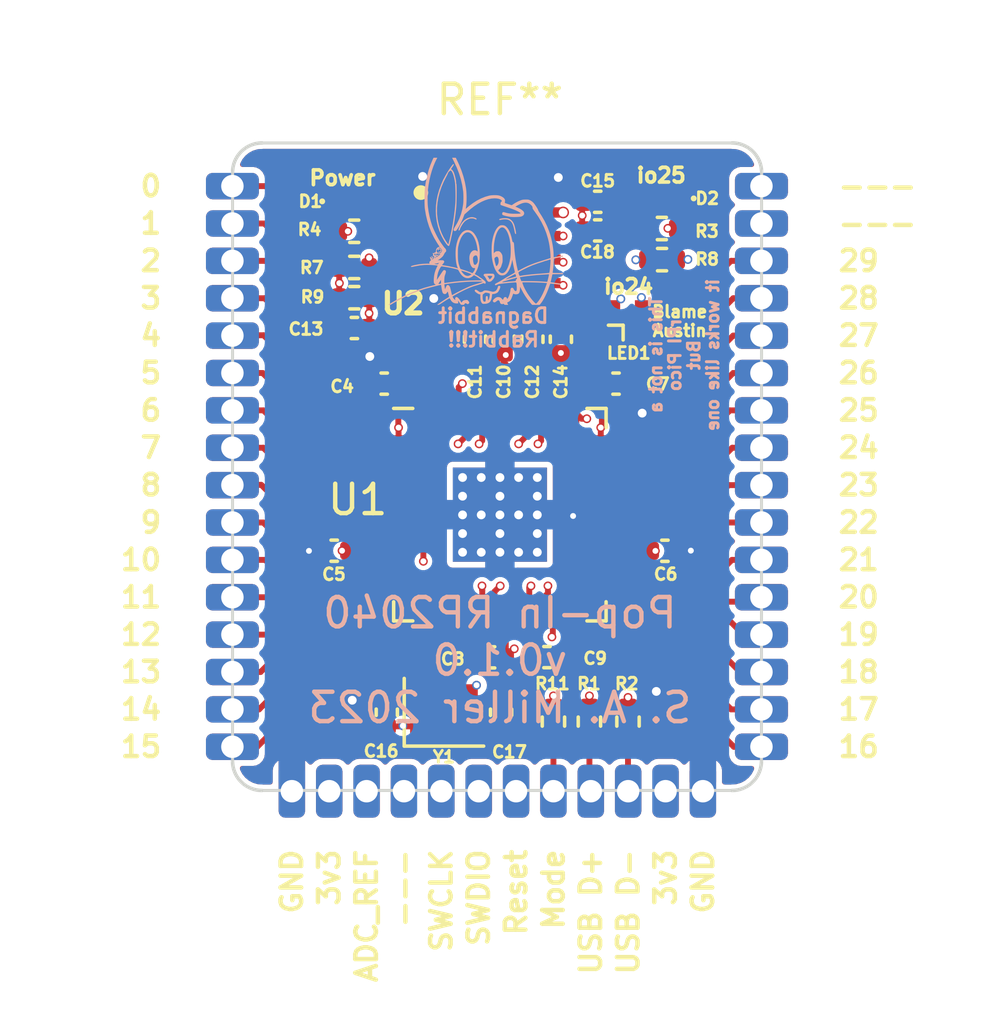
<source format=kicad_pcb>
(kicad_pcb (version 20211014) (generator pcbnew)
  (layers (0 "F.Cu" signal) (1 "In1.Cu" signal) (2 "In2.Cu" signal) (31 "B.Cu" signal) (34 "B.Paste" user) (35 "F.Paste" user) (36 "B.SilkS" user "B.Silkscreen") (37 "F.SilkS" user "F.Silkscreen") (38 "B.Mask" user) (39 "F.Mask" user) (44 "Edge.Cuts" user))
  (net 0 "")
  (net 1 "io0")
  (net 2 "io1")
  (net 3 "io2")
  (net 4 "io3")
  (net 5 "io4")
  (net 6 "io5")
  (net 7 "io6")
  (net 8 "io7")
  (net 9 "io8")
  (net 10 "io9")
  (net 11 "io10")
  (net 12 "io11")
  (net 13 "io12")
  (net 14 "io13")
  (net 15 "io14")
  (net 16 "io15")
  (net 17 "SWCLK")
  (net 18 "io16")
  (net 19 "io17")
  (net 20 "io18")
  (net 21 "io19")
  (net 22 "io20")
  (net 23 "io21")
  (net 24 "io22")
  (net 25 "io23")
  (net 26 "io24")
  (net 27 "io25")
  (net 28 "io26")
  (net 29 "io27")
  (net 30 "io28")
  (net 31 "io29")
  (net 33 "GND")
  (net 34 "+3V3")
  (net 35 "QSPI_SCLK")
  (net 36 "QSPI SS")
  (net 37 "QSPI_SD3")
  (net 38 "QSPI_SD0")
  (net 39 "QSPI_SD2")
  (net 40 "QSPI_SD1")
  (net 41 "Reset")
  (net 42 "USB_D+")
  (net 43 "Net-(R2-Pad2)")
  (net 44 "Net-(R1-Pad2)")
  (net 45 "USB_D-")
  (net 46 "+1V1")
  (net 47 "Net-(C16-Pad1)")
  (net 48 "Net-(C17-Pad1)")
  (net 49 "BootMode")
  (net 51 "Net-(D2-Pad2)")
  (net 52 "Net-(D1-Pad2)")
  (net 53 "Net-(LED1-Pad2)")
  (net 54 "Net-(C13-Pad2)")
  (net 55 "ADC_REF")
  (net 56 "SWDIO")
  (footprint "Capacitor_SMD:C_0402_1005Metric" (layer "F.Cu") (at 150.645336 80.938602)
    (fp_text reference "C15")
    (fp_text value "100n")
  )
  (footprint "Tinker RP2040:SON80P400X400X50-9N" (layer "F.Cu") (at 147.008915 82.500975)
    (fp_text reference "U2")
    (fp_text value "W25Q32JVXGIQ" hide)
  )
  (footprint "LED_SMD:LED_0402_1005Metric" (layer "F.Cu") (at 152.817341 80.823679 180)
    (fp_text reference "D2")
    (fp_text value "LED")
  )
  (footprint "Crystal:Crystal_SMD_2016-4Pin_2.0x1.6mm" (layer "F.Cu") (at 145.419545 98.282779)
    (fp_text reference "Y1")
    (fp_text value "12MHz")
  )
  (footprint "Resistor_SMD:R_0402_1005Metric" (layer "F.Cu") (at 152.824918 81.846558 180)
    (fp_text reference "R3")
    (fp_text value "470")
  )
  (footprint "Capacitor_SMD:C_0402_1005Metric" (layer "F.Cu") (at 152.928901 92.795782)
    (fp_text reference "C6")
    (fp_text value "100n")
  )
  (footprint "Resistor_SMD:R_0402_1005Metric" (layer "F.Cu") (at 142.372016 84.19758 180)
    (fp_text reference "R9")
    (fp_text value "1")
  )
  (footprint "Resistor_SMD:R_0402_1005Metric" (layer "F.Cu") (at 142.370265 81.940533)
    (fp_text reference "R4")
    (fp_text value "2k2")
  )
  (footprint "Capacitor_SMD:C_0402_1005Metric" (layer "F.Cu") (at 148.425047 85.608296 -90)
    (fp_text reference "C12")
    (fp_text value "2u2")
  )
  (footprint "Resistor_SMD:R_0402_1005Metric" (layer "F.Cu") (at 150.363221 98.6 90)
    (fp_text reference "R1")
    (fp_text value "27")
  )
  (footprint "Capacitor_SMD:C_0402_1005Metric" (layer "F.Cu") (at 141.689647 92.793577 180)
    (fp_text reference "C5")
    (fp_text value "100n")
  )
  (footprint "LED_SMD:LED_0402_1005Metric" (layer "F.Cu") (at 142.371989 80.923675)
    (fp_text reference "D1")
    (fp_text value "LED")
  )
  (footprint "Capacitor_SMD:C_0402_1005Metric" (layer "F.Cu") (at 147.45069 85.608296 90)
    (fp_text reference "C10")
    (fp_text value "100n")
  )
  (footprint "Tinker RP2040:QFN-56-1EP_7x7mm_P0.4mm_EP3.2x3.2mm" (layer "F.Cu") (at 147.32 91.569247)
    (fp_text reference "U1")
    (fp_text value "RP2040")
  )
  (footprint "Capacitor_SMD:C_0402_1005Metric" (layer "F.Cu") (at 148.920933 96.409416)
    (fp_text reference "C9")
    (fp_text value "100n")
  )
  (footprint "Resistor_SMD:R_0402_1005Metric" (layer "F.Cu") (at 151.674639 98.6 90)
    (fp_text reference "R2")
    (fp_text value "27")
  )
  (footprint "Capacitor_SMD:C_0402_1005Metric" (layer "F.Cu") (at 149.393119 85.608296 90)
    (fp_text reference "C14")
    (fp_text value "2u2")
  )
  (footprint "Capacitor_SMD:C_0402_1005Metric" (layer "F.Cu") (at 147.038647 96.417591 180)
    (fp_text reference "C8")
    (fp_text value "100n")
  )
  (footprint "Resistor_SMD:R_0402_1005Metric" (layer "F.Cu") (at 152.831922 82.903192 180)
    (fp_text reference "R8")
    (fp_text value "???")
  )
  (footprint "Capacitor_SMD:C_0402_1005Metric" (layer "F.Cu") (at 151.267678 87.116313)
    (fp_text reference "C7")
    (fp_text value "100n")
  )
  (footprint "Capacitor_SMD:C_0402_1005Metric" (layer "F.Cu") (at 143.389264 87.116313 180)
    (fp_text reference "C4")
    (fp_text value "100n")
  )
  (footprint "Capacitor_SMD:C_0402_1005Metric" (layer "F.Cu") (at 146.476332 85.608296 90)
    (fp_text reference "C11")
    (fp_text value "100n")
  )
  (footprint "Capacitor_SMD:C_0402_1005Metric" (layer "F.Cu") (at 147.360746 98.282779 -90)
    (fp_text reference "C17")
    (fp_text value "20p")
  )
  (footprint "Resistor_SMD:R_0402_1005Metric" (layer "F.Cu") (at 149.140378 98.6 -90)
    (fp_text reference "R11")
    (fp_text value "1k")
  )
  (footprint "Capacitor_SMD:C_0402_1005Metric" (layer "F.Cu") (at 143.477318 98.282779 90)
    (fp_text reference "C16")
    (fp_text value "20p")
  )
  (footprint "Resistor_SMD:R_0402_1005Metric" (layer "F.Cu") (at 142.370265 83.169471)
    (fp_text reference "R7")
    (fp_text value "200")
  )
  (footprint "Capacitor_SMD:C_0402_1005Metric" (layer "F.Cu") (at 150.645336 81.910865 180)
    (fp_text reference "C18")
    (fp_text value "2u2")
  )
  (footprint "Tinker RP2040:XL1010RGBCWS2812B" (layer "F.Cu") (at 151.659038 84.982186 90)
    (fp_text reference "LED1")
    (fp_text value "XL-1010RGBC-WS2812B" hide)
  )
  (footprint "Capacitor_SMD:C_0402_1005Metric" (layer "F.Cu") (at 142.375678 85.227088)
    (fp_text reference "C13")
    (fp_text value "2u2")
  )
  (footprint "Tinker RP2040:NM-RP2040 (rc)" (layer "F.Cu") (at 147.32 91.44)
    (fp_text reference "REF**")
    (fp_text value "NM-RP2040 (rc)")
    (fp_line (start 8.895391 -11.5) (end 8.89 8.5) (layer "Edge.Cuts") (width 0.1))
    (fp_line (start 7.89 9.5) (end -8.085638 9.5) (layer "Edge.Cuts") (width 0.1))
    (fp_line (start -8.084155 -12.5) (end 7.895391 -12.5) (layer "Edge.Cuts") (width 0.1))
    (fp_line (start -9.085638 8.5) (end -9.084155 -11.5) (layer "Edge.Cuts") (width 0.1))
    (fp_arc (start 8.89 8.5) (mid 8.597107 9.207107) (end 7.89 9.5) (layer "Edge.Cuts") (width 0.12))
    (fp_arc (start 7.895391 -12.5) (mid 8.602504 -12.20711) (end 8.895391 -11.5) (layer "Edge.Cuts") (width 0.12))
    (fp_arc (start -9.084155 -11.5) (mid -8.791262 -12.207107) (end -8.084155 -12.5) (layer "Edge.Cuts") (width 0.12))
    (fp_arc (start -8.085638 9.5) (mid -8.792745 9.207107) (end -9.085638 8.5) (layer "Edge.Cuts") (width 0.12))
  )
  (footprint "Rabbit:DagNabbit" (layer "B.Cu") (at 146.765224 82.575638 180)
    (fp_text reference "REF**" hide)
    (fp_text value "DagNabbit")
  )
  (gr_text "This is not a\nrPI Pico\nBut\nit works like one" (at 153.590538 86.143289 90) (layer "B.SilkS") (effects (font (size 0.4 0.4) (thickness 0.1)) (justify mirror)))
  (gr_text "Pop-In RP2040\nv0.1.0\nS. A. Miller 2023" (at 147.32 96.52) (layer "B.SilkS") (effects (font (size 1 1)) (justify mirror)))
  (gr_text "io25" (at 152.803672 80.040653) (layer "F.SilkS") (effects (font (size 0.5 0.5) (thickness 0.125))))
  (gr_text "io24" (at 151.692159 83.82) (layer "F.SilkS") (effects (font (size 0.5 0.5) (thickness 0.125))))
  (gr_text "Power" (at 141.971989 80.129659) (layer "F.SilkS") (effects (font (size 0.5 0.5) (thickness 0.125))))
  (gr_text "Blame\nAustin" (at 153.432245 84.995391) (layer "F.SilkS") (effects (font (size 0.4 0.4) (thickness 0.1))))
  (segment (start 140.358571 82.811466) (end 140.358571 83.503619) (width 0.2) (layer "F.Cu") (net 1))
  (segment (start 141.874457 87.900489) (end 142.31185 88.337882) (width 0.2) (layer "F.Cu") (net 1))
  (segment (start 141.485579 86.107191) (end 141.485579 86.82135) (width 0.2) (layer "F.Cu") (net 1))
  (segment (start 141.485579 86.82135) (end 141.874457 87.210228) (width 0.2) (layer "F.Cu") (net 1))
  (segment (start 142.575664 89.369247) (end 143.8825 89.369247) (width 0.2) (layer "F.Cu") (net 1))
  (segment (start 139.907752 82.359029) (end 139.906943 82.359838) (width 0.2) (layer "F.Cu") (net 1))
  (segment (start 138.23 80.405412) (end 139.361042 80.405412) (width 0.2) (layer "F.Cu") (net 1))
  (segment (start 139.523068 80.567438) (end 139.523068 81.319096) (width 0.2) (layer "F.Cu") (net 1))
  (segment (start 142.311848 89.105431) (end 142.575664 89.369247) (width 0.2) (layer "F.Cu") (net 1))
  (segment (start 141.874457 87.210228) (end 141.874457 87.900489) (width 0.2) (layer "F.Cu") (net 1))
  (segment (start 141.122708 84.960374) (end 141.122708 85.74432) (width 0.2) (layer "F.Cu") (net 1))
  (segment (start 139.523068 81.319096) (end 139.907752 81.70378) (width 0.2) (layer "F.Cu") (net 1))
  (segment (start 141.122708 85.74432) (end 141.485579 86.107191) (width 0.2) (layer "F.Cu") (net 1))
  (segment (start 142.31185 88.337882) (end 142.311848 89.105431) (width 0.2) (layer "F.Cu") (net 1))
  (segment (start 140.743543 84.581209) (end 141.122708 84.960374) (width 0.2) (layer "F.Cu") (net 1))
  (segment (start 140.743542 83.888589) (end 140.743543 84.581209) (width 0.2) (layer "F.Cu") (net 1))
  (segment (start 139.361042 80.405412) (end 139.523068 80.567438) (width 0.2) (layer "F.Cu") (net 1))
  (segment (start 140.358571 83.503619) (end 140.743542 83.888589) (width 0.2) (layer "F.Cu") (net 1))
  (segment (start 139.907752 81.70378) (end 139.907752 82.359029) (width 0.2) (layer "F.Cu") (net 1))
  (segment (start 139.906943 82.359838) (end 140.358571 82.811466) (width 0.2) (layer "F.Cu") (net 1))
  (segment (start 140.343543 84.746895) (end 140.722708 85.12606) (width 0.2) (layer "F.Cu") (net 2))
  (segment (start 140.343543 84.054275) (end 140.343543 84.746895) (width 0.2) (layer "F.Cu") (net 2))
  (segment (start 139.313697 81.675412) (end 139.507752 81.869466) (width 0.2) (layer "F.Cu") (net 2))
  (segment (start 139.958571 83.669304) (end 140.343543 84.054275) (width 0.2) (layer "F.Cu") (net 2))
  (segment (start 140.722708 85.910006) (end 141.085579 86.272877) (width 0.2) (layer "F.Cu") (net 2))
  (segment (start 138.23 81.675412) (end 139.313697 81.675412) (width 0.2) (layer "F.Cu") (net 2))
  (segment (start 141.474457 88.095754) (end 141.911849 88.533149) (width 0.2) (layer "F.Cu") (net 2))
  (segment (start 139.507752 81.869466) (end 139.49539 81.881828) (width 0.2) (layer "F.Cu") (net 2))
  (segment (start 141.911849 88.533149) (end 141.911849 89.296395) (width 0.2) (layer "F.Cu") (net 2))
  (segment (start 139.958571 82.977152) (end 139.958571 83.669304) (width 0.2) (layer "F.Cu") (net 2))
  (segment (start 141.474457 87.385437) (end 141.474457 88.095754) (width 0.2) (layer "F.Cu") (net 2))
  (segment (start 141.085579 86.996559) (end 141.474457 87.385437) (width 0.2) (layer "F.Cu") (net 2))
  (segment (start 140.722708 85.12606) (end 140.722708 85.910006) (width 0.2) (layer "F.Cu") (net 2))
  (segment (start 141.085579 86.272877) (end 141.085579 86.996559) (width 0.2) (layer "F.Cu") (net 2))
  (segment (start 142.384701 89.769247) (end 143.8825 89.769247) (width 0.2) (layer "F.Cu") (net 2))
  (segment (start 139.525342 82.543923) (end 139.958571 82.977152) (width 0.2) (layer "F.Cu") (net 2))
  (segment (start 139.49539 81.881828) (end 139.49539 82.543923) (width 0.2) (layer "F.Cu") (net 2))
  (segment (start 139.49539 82.543923) (end 139.525342 82.543923) (width 0.2) (layer "F.Cu") (net 2))
  (segment (start 141.911849 89.296395) (end 142.384701 89.769247) (width 0.2) (layer "F.Cu") (net 2))
  (segment (start 141.511848 89.46208) (end 142.219015 90.169247) (width 0.2) (layer "F.Cu") (net 3))
  (segment (start 139.558571 83.142837) (end 139.558571 83.834989) (width 0.2) (layer "F.Cu") (net 3))
  (segment (start 141.074457 88.261439) (end 141.511849 88.698834) (width 0.2) (layer "F.Cu") (net 3))
  (segment (start 140.322708 86.075692) (end 140.685579 86.438563) (width 0.2) (layer "F.Cu") (net 3))
  (segment (start 142.219015 90.169247) (end 143.8825 90.169247) (width 0.2) (layer "F.Cu") (net 3))
  (segment (start 139.943543 84.219961) (end 139.943543 84.99392) (width 0.2) (layer "F.Cu") (net 3))
  (segment (start 140.322709 85.373086) (end 140.322708 86.075692) (width 0.2) (layer "F.Cu") (net 3))
  (segment (start 139.558571 83.834989) (end 139.943543 84.219961) (width 0.2) (layer "F.Cu") (net 3))
  (segment (start 141.074457 87.551123) (end 141.074457 88.261439) (width 0.2) (layer "F.Cu") (net 3))
  (segment (start 139.943543 84.99392) (end 140.322709 85.373086) (width 0.2) (layer "F.Cu") (net 3))
  (segment (start 138.23 82.945412) (end 139.361147 82.945412) (width 0.2) (layer "F.Cu") (net 3))
  (segment (start 140.685579 87.162245) (end 141.074457 87.551123) (width 0.2) (layer "F.Cu") (net 3))
  (segment (start 141.511849 88.698834) (end 141.511848 89.46208) (width 0.2) (layer "F.Cu") (net 3))
  (segment (start 139.361147 82.945412) (end 139.558571 83.142837) (width 0.2) (layer "F.Cu") (net 3))
  (segment (start 140.685579 86.438563) (end 140.685579 87.162245) (width 0.2) (layer "F.Cu") (net 3))
  (segment (start 140.285579 87.327931) (end 140.674457 87.716809) (width 0.2) (layer "F.Cu") (net 4))
  (segment (start 140.674457 87.716809) (end 140.674457 88.427125) (width 0.2) (layer "F.Cu") (net 4))
  (segment (start 140.285579 86.604248) (end 140.285579 87.327931) (width 0.2) (layer "F.Cu") (net 4))
  (segment (start 139.543543 85.159606) (end 139.922709 85.538772) (width 0.2) (layer "F.Cu") (net 4))
  (segment (start 140.674457 88.427125) (end 141.111849 88.864519) (width 0.2) (layer "F.Cu") (net 4))
  (segment (start 142.053329 90.569247) (end 143.8825 90.569247) (width 0.2) (layer "F.Cu") (net 4))
  (segment (start 139.543543 84.433904) (end 139.543543 85.159606) (width 0.2) (layer "F.Cu") (net 4))
  (segment (start 139.325051 84.215412) (end 139.543543 84.433904) (width 0.2) (layer "F.Cu") (net 4))
  (segment (start 139.922709 85.538772) (end 139.922709 86.241378) (width 0.2) (layer "F.Cu") (net 4))
  (segment (start 139.922709 86.241378) (end 140.285579 86.604248) (width 0.2) (layer "F.Cu") (net 4))
  (segment (start 141.111849 89.627767) (end 142.053329 90.569247) (width 0.2) (layer "F.Cu") (net 4))
  (segment (start 138.23 84.215412) (end 139.325051 84.215412) (width 0.2) (layer "F.Cu") (net 4))
  (segment (start 141.111849 88.864519) (end 141.111849 89.627767) (width 0.2) (layer "F.Cu") (net 4))
  (segment (start 140.711849 89.030204) (end 140.711849 89.793453) (width 0.2) (layer "F.Cu") (net 5))
  (segment (start 139.885579 87.493617) (end 140.274457 87.882495) (width 0.2) (layer "F.Cu") (net 5))
  (segment (start 139.522709 86.455198) (end 139.885579 86.818068) (width 0.2) (layer "F.Cu") (net 5))
  (segment (start 138.23 85.485412) (end 138.2421 85.473312) (width 0.2) (layer "F.Cu") (net 5))
  (segment (start 139.291563 85.473312) (end 139.522709 85.704458) (width 0.2) (layer "F.Cu") (net 5))
  (segment (start 138.2421 85.473312) (end 139.291563 85.473312) (width 0.2) (layer "F.Cu") (net 5))
  (segment (start 140.274457 88.592812) (end 140.711849 89.030204) (width 0.2) (layer "F.Cu") (net 5))
  (segment (start 139.522709 85.704458) (end 139.522709 86.455198) (width 0.2) (layer "F.Cu") (net 5))
  (segment (start 141.887643 90.969247) (end 143.8825 90.969247) (width 0.2) (layer "F.Cu") (net 5))
  (segment (start 140.274457 87.882495) (end 140.274457 88.592812) (width 0.2) (layer "F.Cu") (net 5))
  (segment (start 140.711849 89.793453) (end 141.887643 90.969247) (width 0.2) (layer "F.Cu") (net 5))
  (segment (start 139.885579 86.818068) (end 139.885579 87.493617) (width 0.2) (layer "F.Cu") (net 5))
  (segment (start 141.721957 91.369247) (end 143.8825 91.369247) (width 0.2) (layer "F.Cu") (net 6))
  (segment (start 139.874457 88.758496) (end 140.311849 89.195889) (width 0.2) (layer "F.Cu") (net 6))
  (segment (start 139.874457 88.04818) (end 139.874457 88.758496) (width 0.2) (layer "F.Cu") (net 6))
  (segment (start 138.23 86.755412) (end 139.257237 86.755412) (width 0.2) (layer "F.Cu") (net 6))
  (segment (start 139.257237 86.755412) (end 139.485579 86.983754) (width 0.2) (layer "F.Cu") (net 6))
  (segment (start 139.485579 86.983754) (end 139.485579 87.659302) (width 0.2) (layer "F.Cu") (net 6))
  (segment (start 139.485579 87.659302) (end 139.874457 88.04818) (width 0.2) (layer "F.Cu") (net 6))
  (segment (start 140.311849 89.959139) (end 141.721957 91.369247) (width 0.2) (layer "F.Cu") (net 6))
  (segment (start 140.311849 89.195889) (end 140.311849 89.959139) (width 0.2) (layer "F.Cu") (net 6))
  (segment (start 138.23 88.025412) (end 139.286003 88.025412) (width 0.2) (layer "F.Cu") (net 7))
  (segment (start 139.474457 88.924183) (end 139.911849 89.361574) (width 0.2) (layer "F.Cu") (net 7))
  (segment (start 139.474457 88.213866) (end 139.474457 88.924183) (width 0.2) (layer "F.Cu") (net 7))
  (segment (start 139.911849 90.124825) (end 141.556271 91.769247) (width 0.2) (layer "F.Cu") (net 7))
  (segment (start 141.556271 91.769247) (end 143.8825 91.769247) (width 0.2) (layer "F.Cu") (net 7))
  (segment (start 139.911849 89.361574) (end 139.911849 90.124825) (width 0.2) (layer "F.Cu") (net 7))
  (segment (start 139.286003 88.025412) (end 139.474457 88.213866) (width 0.2) (layer "F.Cu") (net 7))
  (segment (start 139.511849 89.527259) (end 139.511849 90.290511) (width 0.2) (layer "F.Cu") (net 8))
  (segment (start 138.23 89.295412) (end 139.280002 89.295412) (width 0.2) (layer "F.Cu") (net 8))
  (segment (start 141.390585 92.169247) (end 143.8825 92.169247) (width 0.2) (layer "F.Cu") (net 8))
  (segment (start 139.280002 89.295412) (end 139.511849 89.527259) (width 0.2) (layer "F.Cu") (net 8))
  (segment (start 139.511849 90.290511) (end 141.390585 92.169247) (width 0.2) (layer "F.Cu") (net 8))
  (segment (start 142.444635 93.450843) (end 140.819798 93.450843) (width 0.2) (layer "F.Cu") (net 9))
  (segment (start 139.445649 90.789997) (end 139.211574 90.555922) (width 0.2) (layer "F.Cu") (net 9))
  (segment (start 140.819798 93.450843) (end 139.854009 92.485054) (width 0.2) (layer "F.Cu") (net 9))
  (segment (start 138.244809 90.550603) (end 138.23 90.565412) (width 0.2) (layer "F.Cu") (net 9))
  (segment (start 139.854009 91.845725) (end 139.445649 91.437365) (width 0.2) (layer "F.Cu") (net 9))
  (segment (start 139.211574 90.555922) (end 138.23949 90.555922) (width 0.2) (layer "F.Cu") (net 9))
  (segment (start 142.926231 92.969247) (end 142.444635 93.450843) (width 0.2) (layer "F.Cu") (net 9))
  (segment (start 139.854009 92.485054) (end 139.854009 91.845725) (width 0.2) (layer "F.Cu") (net 9))
  (segment (start 139.445649 91.437365) (end 139.445649 90.789997) (width 0.2) (layer "F.Cu") (net 9))
  (segment (start 138.23949 90.555922) (end 138.23 90.565412) (width 0.2) (layer "F.Cu") (net 9))
  (segment (start 143.8825 92.969247) (end 142.926231 92.969247) (width 0.2) (layer "F.Cu") (net 9))
  (segment (start 143.8825 93.369247) (end 143.091917 93.369247) (width 0.2) (layer "F.Cu") (net 10))
  (segment (start 139.454009 92.65074) (end 139.454009 92.011411) (width 0.2) (layer "F.Cu") (net 10))
  (segment (start 143.091917 93.369247) (end 142.610321 93.850843) (width 0.2) (layer "F.Cu") (net 10))
  (segment (start 140.654112 93.850843) (end 139.454009 92.65074) (width 0.2) (layer "F.Cu") (net 10))
  (segment (start 142.610321 93.850843) (end 140.654112 93.850843) (width 0.2) (layer "F.Cu") (net 10))
  (segment (start 139.27801 91.835412) (end 138.23 91.835412) (width 0.2) (layer "F.Cu") (net 10))
  (segment (start 139.454009 92.011411) (end 139.27801 91.835412) (width 0.2) (layer "F.Cu") (net 10))
  (segment (start 143.257603 93.769247) (end 142.776007 94.250843) (width 0.2) (layer "F.Cu") (net 11))
  (segment (start 142.776007 94.250843) (end 140.488426 94.250843) (width 0.2) (layer "F.Cu") (net 11))
  (segment (start 143.8825 93.769247) (end 143.257603 93.769247) (width 0.2) (layer "F.Cu") (net 11))
  (segment (start 140.488426 94.250843) (end 139.342995 93.105412) (width 0.2) (layer "F.Cu") (net 11))
  (segment (start 139.342995 93.105412) (end 138.23 93.105412) (width 0.2) (layer "F.Cu") (net 11))
  (segment (start 143.423289 94.169247) (end 142.941693 94.650843) (width 0.2) (layer "F.Cu") (net 12))
  (segment (start 139.80164 94.650843) (end 139.526209 94.375412) (width 0.2) (layer "F.Cu") (net 12))
  (segment (start 139.526209 94.375412) (end 138.23 94.375412) (width 0.2) (layer "F.Cu") (net 12))
  (segment (start 142.941693 94.650843) (end 139.80164 94.650843) (width 0.2) (layer "F.Cu") (net 12))
  (segment (start 143.8825 94.169247) (end 143.423289 94.169247) (width 0.2) (layer "F.Cu") (net 12))
  (segment (start 139.761183 95.344247) (end 139.460018 95.645412) (width 0.2) (layer "F.Cu") (net 13))
  (segment (start 144.72 95.006747) (end 144.3825 95.344247) (width 0.2) (layer "F.Cu") (net 13))
  (segment (start 144.3825 95.344247) (end 139.761183 95.344247) (width 0.2) (layer "F.Cu") (net 13))
  (segment (start 139.460018 95.645412) (end 138.23 95.645412) (width 0.2) (layer "F.Cu") (net 13))
  (segment (start 145.12 95.539222) (end 145.12 95.006747) (width 0.2) (layer "F.Cu") (net 14))
  (segment (start 144.914975 95.744247) (end 145.12 95.539222) (width 0.2) (layer "F.Cu") (net 14))
  (segment (start 139.186576 96.915412) (end 140.357741 95.744247) (width 0.2) (layer "F.Cu") (net 14))
  (segment (start 138.23 96.915412) (end 139.186576 96.915412) (width 0.2) (layer "F.Cu") (net 14))
  (segment (start 140.357741 95.744247) (end 144.914975 95.744247) (width 0.2) (layer "F.Cu") (net 14))
  (segment (start 139.493887 97.173787) (end 140.523427 96.144247) (width 0.2) (layer "F.Cu") (net 15))
  (segment (start 138.23 98.185412) (end 139.135793 98.185412) (width 0.2) (layer "F.Cu") (net 15))
  (segment (start 145.08066 96.144247) (end 145.52 95.704908) (width 0.2) (layer "F.Cu") (net 15))
  (segment (start 139.493887 97.827319) (end 139.493887 97.173787) (width 0.2) (layer "F.Cu") (net 15))
  (segment (start 145.52 95.704908) (end 145.52 95.006747) (width 0.2) (layer "F.Cu") (net 15))
  (segment (start 140.523427 96.144247) (end 145.08066 96.144247) (width 0.2) (layer "F.Cu") (net 15))
  (segment (start 139.135793 98.185412) (end 139.493887 97.827319) (width 0.2) (layer "F.Cu") (net 15))
  (segment (start 139.500129 99.028739) (end 139.073455 99.455412) (width 0.2) (layer "F.Cu") (net 16))
  (segment (start 139.893886 97.993005) (end 139.500129 98.386762) (width 0.2) (layer "F.Cu") (net 16))
  (segment (start 145.246345 96.544247) (end 140.689113 96.544247) (width 0.2) (layer "F.Cu") (net 16))
  (segment (start 145.92 95.006747) (end 145.919999 95.870594) (width 0.2) (layer "F.Cu") (net 16))
  (segment (start 139.073455 99.455412) (end 138.23 99.455412) (width 0.2) (layer "F.Cu") (net 16))
  (segment (start 139.500129 98.386762) (end 139.500129 99.028739) (width 0.2) (layer "F.Cu") (net 16))
  (segment (start 139.893887 97.339473) (end 139.893886 97.993005) (width 0.2) (layer "F.Cu") (net 16))
  (segment (start 140.689113 96.544247) (end 139.893887 97.339473) (width 0.2) (layer "F.Cu") (net 16))
  (segment (start 145.919999 95.870594) (end 145.246345 96.544247) (width 0.2) (layer "F.Cu") (net 16))
  (segment (start 148.32 95.006747) (end 148.32 94.046149) (width 0.2) (layer "F.Cu") (net 17))
  (segment (start 148.32 94.046149) (end 148.376231 93.989918) (width 0.2) (layer "F.Cu") (net 17))
  (via (at 148.376231 93.989918) (size 0.3) (drill 0.2) (layers "F.Cu" "B.Cu") (remove_unused_layers) (net 17))
  (segment (start 153.296047 95.855497) (end 154.418517 96.977967) (width 0.2) (layer "F.Cu") (net 18))
  (segment (start 154.982409 99.166008) (end 155.271813 99.455412) (width 0.2) (layer "F.Cu") (net 18))
  (segment (start 155.271813 99.455412) (end 156.21 99.455412) (width 0.2) (layer "F.Cu") (net 18))
  (segment (start 154.418517 96.977967) (end 154.418517 98.072439) (width 0.2) (layer "F.Cu") (net 18))
  (segment (start 154.591171 98.209045) (end 154.982409 98.600283) (width 0.2) (layer "F.Cu") (net 18))
  (segment (start 154.555123 98.209045) (end 154.591171 98.209045) (width 0.2) (layer "F.Cu") (net 18))
  (segment (start 149.836275 95.855497) (end 153.296047 95.855497) (width 0.2) (layer "F.Cu") (net 18))
  (segment (start 154.418517 98.072439) (end 154.555123 98.209045) (width 0.2) (layer "F.Cu") (net 18))
  (segment (start 149.52 95.539222) (end 149.836275 95.855497) (width 0.2) (layer "F.Cu") (net 18))
  (segment (start 154.982409 98.600283) (end 154.982409 99.166008) (width 0.2) (layer "F.Cu") (net 18))
  (segment (start 149.52 95.006747) (end 149.52 95.539222) (width 0.2) (layer "F.Cu") (net 18))
  (segment (start 149.92 95.006747) (end 149.92 95.367598) (width 0.2) (layer "F.Cu") (net 19))
  (segment (start 149.92 95.367598) (end 150.007899 95.455497) (width 0.2) (layer "F.Cu") (net 19))
  (segment (start 153.461733 95.455497) (end 154.913554 96.907318) (width 0.2) (layer "F.Cu") (net 19))
  (segment (start 150.007899 95.455497) (end 153.461733 95.455497) (width 0.2) (layer "F.Cu") (net 19))
  (segment (start 154.913554 97.917419) (end 155.181547 98.185412) (width 0.2) (layer "F.Cu") (net 19))
  (segment (start 155.181547 98.185412) (end 156.21 98.185412) (width 0.2) (layer "F.Cu") (net 19))
  (segment (start 154.913554 96.907318) (end 154.913554 97.917419) (width 0.2) (layer "F.Cu") (net 19))
  (segment (start 154.956235 95.568103) (end 154.111055 94.722922) (width 0.2) (layer "F.Cu") (net 20))
  (segment (start 151.682668 94.722923) (end 151.128991 94.169247) (width 0.2) (layer "F.Cu") (net 20))
  (segment (start 155.487334 96.915412) (end 154.956235 96.384313) (width 0.2) (layer "F.Cu") (net 20))
  (segment (start 151.128991 94.169247) (end 150.7575 94.169247) (width 0.2) (layer "F.Cu") (net 20))
  (segment (start 156.21 96.915412) (end 155.487334 96.915412) (width 0.2) (layer "F.Cu") (net 20))
  (segment (start 154.956235 96.384313) (end 154.956235 95.568103) (width 0.2) (layer "F.Cu") (net 20))
  (segment (start 154.111055 94.722922) (end 151.682668 94.722923) (width 0.2) (layer "F.Cu") (net 20))
  (segment (start 154.276742 94.322923) (end 151.848353 94.322923) (width 0.2) (layer "F.Cu") (net 21))
  (segment (start 155.59923 95.645412) (end 154.276742 94.322923) (width 0.2) (layer "F.Cu") (net 21))
  (segment (start 156.21 95.645412) (end 155.59923 95.645412) (width 0.2) (layer "F.Cu") (net 21))
  (segment (start 151.294676 93.769247) (end 150.7575 93.769247) (width 0.2) (layer "F.Cu") (net 21))
  (segment (start 151.848353 94.322923) (end 151.294676 93.769247) (width 0.2) (layer "F.Cu") (net 21))
  (segment (start 152.014038 93.922923) (end 154.442428 93.922923) (width 0.2) (layer "F.Cu") (net 22))
  (segment (start 154.442428 93.922923) (end 155.045566 94.526061) (width 0.2) (layer "F.Cu") (net 22))
  (segment (start 156.059351 94.526061) (end 156.21 94.375412) (width 0.2) (layer "F.Cu") (net 22))
  (segment (start 150.7575 93.369247) (end 151.460361 93.369247) (width 0.2) (layer "F.Cu") (net 22))
  (segment (start 151.460361 93.369247) (end 152.014038 93.922923) (width 0.2) (layer "F.Cu") (net 22))
  (segment (start 155.045566 94.526061) (end 156.059351 94.526061) (width 0.2) (layer "F.Cu") (net 22))
  (segment (start 155.207867 93.105412) (end 156.21 93.105412) (width 0.2) (layer "F.Cu") (net 23))
  (segment (start 151.626047 92.969247) (end 152.179723 93.522923) (width 0.2) (layer "F.Cu") (net 23))
  (segment (start 154.790357 93.522923) (end 155.207867 93.105412) (width 0.2) (layer "F.Cu") (net 23))
  (segment (start 150.7575 92.969247) (end 151.626047 92.969247) (width 0.2) (layer "F.Cu") (net 23))
  (segment (start 152.179723 93.522923) (end 154.790357 93.522923) (width 0.2) (layer "F.Cu") (net 23))
  (segment (start 154.576612 91.835412) (end 156.21 91.835412) (width 0.2) (layer "F.Cu") (net 24))
  (segment (start 154.242777 92.169247) (end 154.576612 91.835412) (width 0.2) (layer "F.Cu") (net 24))
  (segment (start 150.7575 92.169247) (end 154.242777 92.169247) (width 0.2) (layer "F.Cu") (net 24))
  (segment (start 153.890872 91.769247) (end 155.094708 90.565412) (width 0.2) (layer "F.Cu") (net 25))
  (segment (start 155.094708 90.565412) (end 156.21 90.565412) (width 0.2) (layer "F.Cu") (net 25))
  (segment (start 150.7575 91.769247) (end 153.890872 91.769247) (width 0.2) (layer "F.Cu") (net 25))
  (segment (start 150.7575 91.369247) (end 153.142406 91.369247) (width 0.2) (layer "F.Cu") (net 26))
  (segment (start 155.216241 89.295412) (end 156.21 89.295412) (width 0.2) (layer "F.Cu") (net 26))
  (segment (start 153.142406 91.369247) (end 155.216241 89.295412) (width 0.2) (layer "F.Cu") (net 26))
  (via (at 152.130658 84.190051) (size 0.3) (drill 0.2) (layers "F.Cu" "B.Cu") (net 26))
  (segment (start 152.97672 90.969247) (end 155.001061 88.944906) (width 0.2) (layer "F.Cu") (net 27))
  (segment (start 155.001061 88.164463) (end 155.140112 88.025412) (width 0.2) (layer "F.Cu") (net 27))
  (segment (start 150.7575 90.969247) (end 152.97672 90.969247) (width 0.2) (layer "F.Cu") (net 27))
  (segment (start 155.001061 88.944906) (end 155.001061 88.164463) (width 0.2) (layer "F.Cu") (net 27))
  (segment (start 155.140112 88.025412) (end 156.21 88.025412) (width 0.2) (layer "F.Cu") (net 27))
  (via (at 153.029494 81.838981) (size 0.3) (drill 0.2) (layers "F.Cu" "B.Cu") (remove_unused_layers) (net 27))
  (segment (start 154.601061 87.998777) (end 154.930889 87.668949) (width 0.2) (layer "F.Cu") (net 28))
  (segment (start 154.601061 88.779221) (end 154.601061 87.998777) (width 0.2) (layer "F.Cu") (net 28))
  (segment (start 155.248881 86.755412) (end 156.21 86.755412) (width 0.2) (layer "F.Cu") (net 28))
  (segment (start 154.90913 87.095163) (end 155.248881 86.755412) (width 0.2) (layer "F.Cu") (net 28))
  (segment (start 154.90913 87.64719) (end 154.90913 87.095163) (width 0.2) (layer "F.Cu") (net 28))
  (segment (start 152.811034 90.569247) (end 154.601061 88.779221) (width 0.2) (layer "F.Cu") (net 28))
  (segment (start 150.7575 90.569247) (end 152.811034 90.569247) (width 0.2) (layer "F.Cu") (net 28))
  (segment (start 154.930889 87.668949) (end 154.90913 87.64719) (width 0.2) (layer "F.Cu") (net 28))
  (segment (start 152.64535 90.169247) (end 154.201061 88.613536) (width 0.2) (layer "F.Cu") (net 29))
  (segment (start 155.248625 85.485412) (end 156.21 85.485412) (width 0.2) (layer "F.Cu") (net 29))
  (segment (start 154.50913 86.929477) (end 154.903818 86.53479) (width 0.2) (layer "F.Cu") (net 29))
  (segment (start 154.201061 88.613536) (end 154.201061 87.833092) (width 0.2) (layer "F.Cu") (net 29))
  (segment (start 150.7575 90.169247) (end 152.64535 90.169247) (width 0.2) (layer "F.Cu") (net 29))
  (segment (start 154.201061 87.833092) (end 154.50913 87.525023) (width 0.2) (layer "F.Cu") (net 29))
  (segment (start 154.50913 87.525023) (end 154.50913 86.929477) (width 0.2) (layer "F.Cu") (net 29))
  (segment (start 154.903818 85.830219) (end 155.248625 85.485412) (width 0.2) (layer "F.Cu") (net 29))
  (segment (start 154.903818 86.53479) (end 154.903818 85.830219) (width 0.2) (layer "F.Cu") (net 29))
  (segment (start 153.801061 88.44785) (end 153.801061 87.667406) (width 0.2) (layer "F.Cu") (net 30))
  (segment (start 150.7575 89.769247) (end 152.479664 89.769247) (width 0.2) (layer "F.Cu") (net 30))
  (segment (start 153.801061 87.667406) (end 154.10913 87.359338) (width 0.2) (layer "F.Cu") (net 30))
  (segment (start 154.503818 86.369105) (end 154.503818 85.65239) (width 0.2) (layer "F.Cu") (net 30))
  (segment (start 155.250432 84.215412) (end 156.21 84.215412) (width 0.2) (layer "F.Cu") (net 30))
  (segment (start 154.10913 87.359338) (end 154.109131 86.763791) (width 0.2) (layer "F.Cu") (net 30))
  (segment (start 154.976047 85.180161) (end 154.976047 84.573441) (width 0.2) (layer "F.Cu") (net 30))
  (segment (start 154.503818 85.65239) (end 154.976047 85.180161) (width 0.2) (layer "F.Cu") (net 30))
  (segment (start 155.012248 84.488121) (end 155.012248 84.453596) (width 0.2) (layer "F.Cu") (net 30))
  (segment (start 154.976047 84.573441) (end 154.951487 84.548881) (width 0.2) (layer "F.Cu") (net 30))
  (segment (start 154.109131 86.763791) (end 154.503818 86.369105) (width 0.2) (layer "F.Cu") (net 30))
  (segment (start 154.951487 84.548881) (end 155.012248 84.488121) (width 0.2) (layer "F.Cu") (net 30))
  (segment (start 155.012248 84.453596) (end 155.250432 84.215412) (width 0.2) (layer "F.Cu") (net 30))
  (segment (start 152.479664 89.769247) (end 153.801061 88.44785) (width 0.2) (layer "F.Cu") (net 30))
  (segment (start 154.648142 84.28654) (end 154.648142 84.252017) (width 0.2) (layer "F.Cu") (net 31))
  (segment (start 154.885632 83.235956) (end 155.176177 82.945412) (width 0.2) (layer "F.Cu") (net 31))
  (segment (start 154.103818 85.474561) (end 154.576047 85.002332) (width 0.2) (layer "F.Cu") (net 31))
  (segment (start 154.551487 84.977772) (end 154.551487 84.383195) (width 0.2) (layer "F.Cu") (net 31))
  (segment (start 152.313978 89.369247) (end 153.401061 88.282164) (width 0.2) (layer "F.Cu") (net 31))
  (segment (start 153.70913 86.598107) (end 154.103818 86.203419) (width 0.2) (layer "F.Cu") (net 31))
  (segment (start 153.70913 87.193652) (end 153.70913 86.598107) (width 0.2) (layer "F.Cu") (net 31))
  (segment (start 155.176177 82.945412) (end 156.21 82.945412) (width 0.2) (layer "F.Cu") (net 31))
  (segment (start 154.901737 83.252061) (end 154.885632 83.235956) (width 0.2) (layer "F.Cu") (net 31))
  (segment (start 154.576047 85.002332) (end 154.551487 84.977772) (width 0.2) (layer "F.Cu") (net 31))
  (segment (start 150.7575 89.369247) (end 152.313978 89.369247) (width 0.2) (layer "F.Cu") (net 31))
  (segment (start 154.901737 83.998422) (end 154.901737 83.252061) (width 0.2) (layer "F.Cu") (net 31))
  (segment (start 153.401061 87.501721) (end 153.70913 87.193652) (width 0.2) (layer "F.Cu") (net 31))
  (segment (start 154.103818 86.203419) (end 154.103818 85.474561) (width 0.2) (layer "F.Cu") (net 31))
  (segment (start 153.401061 88.282164) (end 153.401061 87.501721) (width 0.2) (layer "F.Cu") (net 31))
  (segment (start 154.551487 84.383195) (end 154.648142 84.28654) (width 0.2) (layer "F.Cu") (net 31))
  (segment (start 154.648142 84.252017) (end 154.901737 83.998422) (width 0.2) (layer "F.Cu") (net 31))
  (segment (start 149.853889 96.409416) (end 149.881536 96.437063) (width 0.2) (layer "F.Cu") (net 33))
  (segment (start 151.10567 81.416847) (end 151.10567 81.891199) (width 0.2) (layer "F.Cu") (net 33))
  (segment (start 151.10567 80.958268) (end 151.125336 80.938602) (width 0.2) (layer "F.Cu") (net 33))
  (segment (start 145.058915 83.800975) (end 145.058915 84.208493) (width 0.2) (layer "F.Cu") (net 33))
  (segment (start 151.10567 81.416847) (end 151.10567 80.958268) (width 0.2) (layer "F.Cu") (net 33))
  (segment (start 146.32 96.178944) (end 146.558647 96.417591) (width 0.2) (layer "F.Cu") (net 33))
  (segment (start 151.10567 81.891199) (end 151.125336 81.910865) (width 0.2) (layer "F.Cu") (net 33))
  (segment (start 145.058915 84.208493) (end 145.073466 84.223044) (width 0.2) (layer "F.Cu") (net 33))
  (segment (start 143.477318 97.802779) (end 144.649545 97.802779) (width 0.2) (layer "F.Cu") (net 33))
  (segment (start 149.300933 96.409416) (end 149.853889 96.409416) (width 0.2) (layer "F.Cu") (net 33))
  (segment (start 146.476332 85.128296) (end 149.393119 85.128296) (width 0.2) (layer "F.Cu") (net 33))
  (segment (start 146.32 95.006747) (end 146.32 96.178944) (width 0.2) (layer "F.Cu") (net 33))
  (segment (start 147.360746 98.762779) (end 146.189545 98.762779) (width 0.2) (layer "F.Cu") (net 33))
  (via (at 148.591981 92.211454) (size 0.4) (drill 0.3) (layers "F.Cu" "B.Cu") (remove_unused_layers) (net 33))
  (via (at 146.051981 90.941454) (size 0.4) (drill 0.3) (layers "F.Cu" "B.Cu") (remove_unused_layers) (net 33))
  (via (at 148.591981 90.306454) (size 0.4) (drill 0.3) (layers "F.Cu" "B.Cu") (remove_unused_layers) (net 33))
  (via (at 147.321981 92.211454) (size 0.4) (drill 0.3) (layers "F.Cu" "B.Cu") (remove_unused_layers) (net 33))
  (via (at 148.591981 91.576454) (size 0.4) (drill 0.3) (layers "F.Cu" "B.Cu") (remove_unused_layers) (net 33))
  (via (at 146.051981 92.846454) (size 0.4) (drill 0.3) (layers "F.Cu" "B.Cu") (remove_unused_layers) (net 33))
  (via (at 146.686981 90.306454) (size 0.4) (drill 0.3) (layers "F.Cu" "B.Cu") (remove_unused_layers) (net 33))
  (via (at 142.302598 97.874102) (size 0.4) (drill 0.3) (layers "F.Cu" "B.Cu") (net 33))
  (via (at 146.051981 90.306454) (size 0.4) (drill 0.3) (layers "F.Cu" "B.Cu") (remove_unused_layers) (net 33))
  (via (at 149.306285 80.112304) (size 0.4) (drill 0.3) (layers "F.Cu" "B.Cu") (net 33))
  (via (at 152.636947 97.574556) (size 0.4) (drill 0.3) (layers "F.Cu" "B.Cu") (net 33))
  (via (at 147.956981 91.576454) (size 0.4) (drill 0.3) (layers "F.Cu" "B.Cu") (remove_unused_layers) (net 33))
  (via (at 140.831518 92.799478) (size 0.3) (drill 0.2) (layers "F.Cu" "B.Cu") (remove_unused_layers) (net 33))
  (via (at 149.808489 91.613926) (size 0.3) (drill 0.2) (layers "F.Cu" "B.Cu") (net 33))
  (via (at 153.810494 92.791478) (size 0.3) (drill 0.2) (layers "F.Cu" "B.Cu") (remove_unused_layers) (net 33))
  (via (at 147.321981 90.941454) (size 0.4) (drill 0.3) (layers "F.Cu" "B.Cu") (remove_unused_layers) (net 33))
  (via (at 147.956981 90.306454) (size 0.4) (drill 0.3) (layers "F.Cu" "B.Cu") (remove_unused_layers) (net 33))
  (via (at 147.321981 91.576454) (size 0.4) (drill 0.3) (layers "F.Cu" "B.Cu") (remove_unused_layers) (net 33))
  (via (at 148.591981 90.941454) (size 0.4) (drill 0.3) (layers "F.Cu" "B.Cu") (remove_unused_layers) (net 33))
  (via (at 148.591981 92.846454) (size 0.4) (drill 0.3) (layers "F.Cu" "B.Cu") (remove_unused_layers) (net 33))
  (via (at 146.686981 92.846454) (size 0.4) (drill 0.3) (layers "F.Cu" "B.Cu") (remove_unused_layers) (net 33))
  (via (at 144.695695 80.07619) (size 0.4) (drill 0.3) (layers "F.Cu" "B.Cu") (net 33))
  (via (at 145.073466 84.223044) (size 0.4) (drill 0.3) (layers "F.Cu" "B.Cu") (remove_unused_layers) (net 33))
  (via (at 146.686981 91.576454) (size 0.4) (drill 0.3) (layers "F.Cu" "B.Cu") (remove_unused_layers) (net 33))
  (via (at 146.051981 91.576454) (size 0.4) (drill 0.3) (layers "F.Cu" "B.Cu") (remove_unused_layers) (net 33))
  (via (at 142.899611 86.194875) (size 0.4) (drill 0.3) (layers "F.Cu" "B.Cu") (net 33))
  (via (at 147.956981 92.846454) (size 0.4) (drill 0.3) (layers "F.Cu" "B.Cu") (remove_unused_layers) (net 33))
  (via (at 152.156425 88.119044) (size 0.4) (drill 0.3) (layers "F.Cu" "B.Cu") (net 33))
  (via (at 147.321981 92.846454) (size 0.4) (drill 0.3) (layers "F.Cu" "B.Cu") (remove_unused_layers) (net 33))
  (via (at 146.051981 92.211454) (size 0.4) (drill 0.3) (layers "F.Cu" "B.Cu") (remove_unused_layers) (net 33))
  (via (at 147.321981 90.306454) (size 0.4) (drill 0.3) (layers "F.Cu" "B.Cu") (remove_unused_layers) (net 33))
  (segment (start 143.869264 87.116313) (end 143.869264 88.603462) (width 0.2) (layer "F.Cu") (net 34))
  (segment (start 150.7575 92.569247) (end 152.222366 92.569247) (width 0.2) (layer "F.Cu") (net 34))
  (segment (start 150.749153 88.9609) (end 150.7575 88.969247) (width 0.2) (layer "F.Cu") (net 34))
  (segment (start 147.518647 96.417591) (end 147.422409 96.417591) (width 0.2) (layer "F.Cu") (net 34))
  (segment (start 143.869264 88.603462) (end 143.876732 88.61093) (width 0.2) (layer "F.Cu") (net 34))
  (segment (start 150.749153 88.61093) (end 150.749153 88.9609) (width 0.2) (layer "F.Cu") (net 34))
  (segment (start 152.222366 92.569247) (end 152.448901 92.795782) (width 0.2) (layer "F.Cu") (net 34))
  (segment (start 150.787678 88.572405) (end 150.749153 88.61093) (width 0.2) (layer "F.Cu") (net 34))
  (segment (start 147.52 88.131747) (end 147.52 86.457606) (width 0.2) (layer "F.Cu") (net 34))
  (segment (start 149.52 88.131747) (end 149.52 88.664222) (width 0.2) (layer "F.Cu") (net 34))
  (segment (start 150.117635 81.863164) (end 150.165336 81.910865) (width 0.2) (layer "F.Cu") (net 34))
  (segment (start 149.52 88.664222) (end 149.825025 88.969247) (width 0.2) (layer "F.Cu") (net 34))
  (segment (start 147.52 96.316238) (end 147.418647 96.417591) (width 0.2) (layer "F.Cu") (net 34))
  (segment (start 149.52 88.131747) (end 149.52 86.515177) (width 0.2) (layer "F.Cu") (net 34))
  (segment (start 149.825025 88.969247) (end 150.7575 88.969247) (width 0.2) (layer "F.Cu") (net 34))
  (segment (start 150.787678 87.116313) (end 150.787678 88.572405) (width 0.2) (layer "F.Cu") (net 34))
  (segment (start 143.8825 92.569247) (end 142.393977 92.569247) (width 0.2) (layer "F.Cu") (net 34))
  (segment (start 147.52 95.006747) (end 147.52 96.316238) (width 0.2) (layer "F.Cu") (net 34))
  (segment (start 147.92 88.131747) (end 147.52 88.131747) (width 0.2) (layer "F.Cu") (net 34))
  (segment (start 143.876732 88.61093) (end 143.876732 88.963479) (width 0.2) (layer "F.Cu") (net 34))
  (segment (start 150.117635 81.40562) (end 150.117635 81.863164) (width 0.2) (layer "F.Cu") (net 34))
  (segment (start 142.393977 92.569247) (end 142.169647 92.793577) (width 0.2) (layer "F.Cu") (net 34))
  (segment (start 150.117635 80.986303) (end 150.165336 80.938602) (width 0.2) (layer "F.Cu") (net 34))
  (segment (start 143.876732 88.963479) (end 143.8825 88.969247) (width 0.2) (layer "F.Cu") (net 34))
  (segment (start 147.52 86.457606) (end 147.45069 86.388296) (width 0.2) (layer "F.Cu") (net 34))
  (segment (start 149.52 86.515177) (end 149.393119 86.388296) (width 0.2) (layer "F.Cu") (net 34))
  (segment (start 150.117635 81.40562) (end 150.117635 80.986303) (width 0.2) (layer "F.Cu") (net 34))
  (via (at 152.606148 92.800271) (size 0.3) (drill 0.2) (layers "F.Cu" "B.Cu") (remove_unused_layers) (net 34))
  (via (at 141.955823 92.793577) (size 0.3) (drill 0.2) (layers "F.Cu" "B.Cu") (remove_unused_layers) (net 34))
  (via (at 147.809047 96.12719) (size 0.3) (drill 0.2) (layers "F.Cu" "B.Cu") (remove_unused_layers) (net 34))
  (via (at 153.7097 82.896225) (size 0.3) (drill 0.2) (layers "F.Cu" "B.Cu") (net 34))
  (via (at 142.875045 82.841535) (size 0.3) (drill 0.2) (layers "F.Cu" "B.Cu") (remove_unused_layers) (net 34))
  (via (at 147.52 86.145034) (size 0.3) (drill 0.2) (layers "F.Cu" "B.Cu") (remove_unused_layers) (net 34))
  (via (at 143.876732 88.61093) (size 0.3) (drill 0.2) (layers "F.Cu" "B.Cu") (remove_unused_layers) (net 34))
  (via (at 149.47 81.300975) (size 0.4) (drill 0.3) (layers "F.Cu" "B.Cu") (remove_unused_layers) (net 34))
  (via (at 150.749153 88.61093) (size 0.3) (drill 0.2) (layers "F.Cu" "B.Cu") (remove_unused_layers) (net 34))
  (via (at 142.151862 81.940533) (size 0.3) (drill 0.2) (layers "F.Cu" "B.Cu") (remove_unused_layers) (net 34))
  (via (at 149.393119 86.075724) (size 0.3) (drill 0.2) (layers "F.Cu" "B.Cu") (remove_unused_layers) (net 34))
  (via (at 150.117635 81.40562) (size 0.3) (drill 0.2) (layers "F.Cu" "B.Cu") (remove_unused_layers) (net 34))
  (segment (start 145.904407 89.164247) (end 146.32 88.748654) (width 0.2) (layer "F.Cu") (net 35))
  (segment (start 146.32 88.748654) (end 146.32 88.131747) (width 0.2) (layer "F.Cu") (net 35))
  (segment (start 145.9 89.164247) (end 145.904407 89.164247) (width 0.2) (layer "F.Cu") (net 35))
  (via (at 145.9 89.164247) (size 0.3) (drill 0.2) (layers "F.Cu" "B.Cu") (remove_unused_layers) (net 35))
  (via (at 149.47 82.992176) (size 0.3) (drill 0.2) (layers "F.Cu" "B.Cu") (remove_unused_layers) (net 35))
  (segment (start 144.72 88.131747) (end 144.72 93.153273) (width 0.2) (layer "F.Cu") (net 36))
  (segment (start 144.72 85.924642) (end 143.505888 84.71053) (width 0.2) (layer "F.Cu") (net 36))
  (segment (start 143.505888 82.199672) (end 144.404585 81.300975) (width 0.2) (layer "F.Cu") (net 36))
  (segment (start 144.404585 81.300975) (end 145.058915 81.300975) (width 0.2) (layer "F.Cu") (net 36))
  (segment (start 144.72 88.131747) (end 144.72 85.924642) (width 0.2) (layer "F.Cu") (net 36))
  (segment (start 143.505888 84.71053) (end 143.505888 82.199672) (width 0.2) (layer "F.Cu") (net 36))
  (via (at 149.140378 97.725492) (size 0.3) (drill 0.2) (layers "F.Cu" "B.Cu") (remove_unused_layers) (net 36))
  (via (at 144.72 93.153273) (size 0.3) (drill 0.2) (layers "F.Cu" "B.Cu") (remove_unused_layers) (net 36))
  (segment (start 146.72 88.783636) (end 146.72 89.059083) (width 0.2) (layer "F.Cu") (net 37))
  (segment (start 146.72 88.131747) (end 146.72 88.783636) (width 0.2) (layer "F.Cu") (net 37))
  (via (at 149.47 82.100975) (size 0.3) (drill 0.2) (layers "F.Cu" "B.Cu") (remove_unused_layers) (net 37))
  (via (at 146.614836 89.164247) (size 0.3) (drill 0.2) (layers "F.Cu" "B.Cu") (remove_unused_layers) (net 37))
  (segment (start 145.92 87.240873) (end 146.044571 87.116302) (width 0.2) (layer "F.Cu") (net 38))
  (segment (start 145.92 88.131747) (end 145.92 87.240873) (width 0.2) (layer "F.Cu") (net 38))
  (via (at 146.044571 87.116302) (size 0.3) (drill 0.2) (layers "F.Cu" "B.Cu") (remove_unused_layers) (net 38))
  (via (at 149.47 83.774589) (size 0.3) (drill 0.2) (layers "F.Cu" "B.Cu") (remove_unused_layers) (net 38))
  (segment (start 144.601064 82.895015) (end 145.052955 82.895015) (width 0.2) (layer "F.Cu") (net 39))
  (segment (start 145.052955 82.895015) (end 145.058915 82.900975) (width 0.2) (layer "F.Cu") (net 39))
  (segment (start 145.52 85.59327) (end 144.305888 84.379158) (width 0.2) (layer "F.Cu") (net 39))
  (segment (start 144.305888 83.190191) (end 144.601064 82.895015) (width 0.2) (layer "F.Cu") (net 39))
  (segment (start 145.52 88.131747) (end 145.52 85.59327) (width 0.2) (layer "F.Cu") (net 39))
  (segment (start 144.305888 84.379158) (end 144.305888 83.190191) (width 0.2) (layer "F.Cu") (net 39))
  (segment (start 143.905888 82.612037) (end 144.41695 82.100975) (width 0.2) (layer "F.Cu") (net 40))
  (segment (start 145.12 85.758956) (end 143.905888 84.544844) (width 0.2) (layer "F.Cu") (net 40))
  (segment (start 145.12 88.131747) (end 145.12 85.758956) (width 0.2) (layer "F.Cu") (net 40))
  (segment (start 143.905888 84.544844) (end 143.905888 82.612037) (width 0.2) (layer "F.Cu") (net 40))
  (segment (start 144.41695 82.100975) (end 145.058915 82.100975) (width 0.2) (layer "F.Cu") (net 40))
  (segment (start 149.12 95.006747) (end 149.12 95.704908) (width 0.2) (layer "F.Cu") (net 41))
  (via (at 149.088812 95.724122) (size 0.3) (drill 0.2) (layers "F.Cu" "B.Cu") (remove_unused_layers) (net 41))
  (segment (start 150.363221 100.865) (end 150.410378 100.865) (width 0.2) (layer "F.Cu") (net 42))
  (segment (start 150.363221 99.111358) (end 150.363221 100.865) (width 0.2) (layer "F.Cu") (net 42))
  (segment (start 148.72 88.131747) (end 148.72 89.059247) (width 0.2) (layer "F.Cu") (net 43))
  (segment (start 148.72 89.059247) (end 148.615 89.164247) (width 0.2) (layer "F.Cu") (net 43))
  (via (at 151.674639 97.779247) (size 0.3) (drill 0.2) (layers "F.Cu" "B.Cu") (remove_unused_layers) (net 43))
  (via (at 148.615 89.164247) (size 0.3) (drill 0.2) (layers "F.Cu" "B.Cu") (remove_unused_layers) (net 43))
  (segment (start 148.32 88.131747) (end 148.32 88.799785) (width 0.2) (layer "F.Cu") (net 44))
  (segment (start 148.32 88.799785) (end 147.95822 89.161565) (width 0.2) (layer "F.Cu") (net 44))
  (via (at 147.95822 89.164247) (size 0.3) (drill 0.2) (layers "F.Cu" "B.Cu") (remove_unused_layers) (net 44))
  (via (at 150.363221 97.725492) (size 0.3) (drill 0.2) (layers "F.Cu" "B.Cu") (remove_unused_layers) (net 44))
  (segment (start 151.674639 99.111358) (end 151.674639 100.865) (width 0.2) (layer "F.Cu") (net 45))
  (segment (start 151.674639 100.865) (end 151.680378 100.865) (width 0.2) (layer "F.Cu") (net 45))
  (segment (start 147.92 93.469247) (end 149.22 93.469247) (width 0.2) (layer "F.Cu") (net 46))
  (segment (start 149.22 93.469247) (end 149.22 89.669247) (width 0.2) (layer "F.Cu") (net 46))
  (segment (start 147.92 95.006747) (end 147.92 95.539222) (width 0.2) (layer "F.Cu") (net 46))
  (segment (start 147.12 89.02934) (end 147.759907 89.669247) (width 0.2) (layer "F.Cu") (net 46))
  (segment (start 147.92 95.539222) (end 148.440933 96.060155) (width 0.2) (layer "F.Cu") (net 46))
  (segment (start 149.12 89.64) (end 149.149247 89.669247) (width 0.2) (layer "F.Cu") (net 46))
  (segment (start 149.12 87.083249) (end 148.425047 86.388296) (width 0.2) (layer "F.Cu") (net 46))
  (segment (start 149.12 88.131747) (end 149.12 87.083249) (width 0.2) (layer "F.Cu") (net 46))
  (segment (start 147.12 88.131747) (end 147.12 89.02934) (width 0.2) (layer "F.Cu") (net 46))
  (segment (start 147.92 95.006747) (end 147.92 93.469247) (width 0.2) (layer "F.Cu") (net 46))
  (segment (start 149.22 89.669247) (end 147.759907 89.669247) (width 0.2) (layer "F.Cu") (net 46))
  (segment (start 147.12 87.031964) (end 146.476332 86.388296) (width 0.2) (layer "F.Cu") (net 46))
  (segment (start 148.440933 96.060155) (end 148.440933 96.409416) (width 0.2) (layer "F.Cu") (net 46))
  (segment (start 149.12 88.131747) (end 149.12 89.64) (width 0.2) (layer "F.Cu") (net 46))
  (segment (start 147.12 88.131747) (end 147.12 87.031964) (width 0.2) (layer "F.Cu") (net 46))
  (segment (start 149.149247 89.669247) (end 149.22 89.669247) (width 0.2) (layer "F.Cu") (net 46))
  (segment (start 144.649545 98.762779) (end 144.719545 98.832779) (width 0.2) (layer "F.Cu") (net 47))
  (segment (start 146.721607 94.491283) (end 146.721607 94.132896) (width 0.2) (layer "F.Cu") (net 47))
  (segment (start 146.721607 94.132896) (end 146.712297 94.123586) (width 0.2) (layer "F.Cu") (net 47))
  (segment (start 146.72 95.006747) (end 146.72 94.49289) (width 0.2) (layer "F.Cu") (net 47))
  (segment (start 143.477318 98.762779) (end 144.649545 98.762779) (width 0.2) (layer "F.Cu") (net 47))
  (segment (start 146.72 94.49289) (end 146.721607 94.491283) (width 0.2) (layer "F.Cu") (net 47))
  (via (at 146.712297 93.989918) (size 0.3) (drill 0.2) (layers "F.Cu" "B.Cu") (remove_unused_layers) (net 47))
  (via (at 144.022592 98.743157) (size 0.3) (drill 0.2) (layers "F.Cu" "B.Cu") (net 47))
  (segment (start 147.360746 97.802779) (end 146.189545 97.802779) (width 0.2) (layer "F.Cu") (net 48))
  (segment (start 147.134505 94.186879) (end 147.331466 93.989918) (width 0.2) (layer "F.Cu") (net 48))
  (segment (start 147.134505 94.516031) (end 147.134505 94.186879) (width 0.2) (layer "F.Cu") (net 48))
  (segment (start 147.12 94.530536) (end 147.134505 94.516031) (width 0.2) (layer "F.Cu") (net 48))
  (segment (start 147.12 95.006747) (end 147.12 94.530536) (width 0.2) (layer "F.Cu") (net 48))
  (segment (start 146.189545 97.802779) (end 146.119545 97.732779) (width 0.2) (layer "F.Cu") (net 48))
  (via (at 147.331466 93.989918) (size 0.3) (drill 0.2) (layers "F.Cu" "B.Cu") (remove_unused_layers) (net 48))
  (via (at 146.527546 97.363576) (size 0.3) (drill 0.2) (layers "F.Cu" "B.Cu") (net 48))
  (segment (start 149.140378 99.11) (end 149.140378 100.865) (width 0.2) (layer "F.Cu") (net 49))
  (segment (start 152.327351 81.880556) (end 152.327351 80.856804) (width 0.2) (layer "F.Cu") (net 51))
  (segment (start 142.86344 80.889716) (end 142.86344 81.923708) (width 0.2) (layer "F.Cu") (net 52))
  (via (at 151.430264 84.237989) (size 0.3) (drill 0.2) (layers "F.Cu" "B.Cu") (net 53))
  (via (at 151.940405 82.910485) (size 0.3) (drill 0.2) (layers "F.Cu" "B.Cu") (net 53))
  (segment (start 150.274368 88.310013) (end 150.098266 88.310013) (width 0.2) (layer "F.Cu") (net 54))
  (segment (start 150.098266 88.310013) (end 149.92 88.131747) (width 0.2) (layer "F.Cu") (net 54))
  (segment (start 142.882016 84.29758) (end 142.882016 85.30075) (width 0.2) (layer "F.Cu") (net 54))
  (via (at 150.274368 88.310013) (size 0.3) (drill 0.2) (layers "F.Cu" "B.Cu") (remove_unused_layers) (net 54))
  (via (at 142.875045 84.727721) (size 0.3) (drill 0.2) (layers "F.Cu" "B.Cu") (remove_unused_layers) (net 54))
  (segment (start 141.860265 83.269471) (end 141.860265 84.295829) (width 0.2) (layer "F.Cu") (net 55))
  (via (at 141.865522 83.702785) (size 0.3) (drill 0.2) (layers "F.Cu" "B.Cu") (remove_unused_layers) (net 55))
  (segment (start 148.72 95.006747) (end 148.72 94.474272) (width 0.2) (layer "F.Cu") (net 56))
  (segment (start 148.72 94.474272) (end 148.953189 94.241083) (width 0.2) (layer "F.Cu") (net 56))
  (segment (start 148.953189 94.241083) (end 148.953189 93.989918) (width 0.2) (layer "F.Cu") (net 56))
  (via (at 148.953189 93.989918) (size 0.3) (drill 0.2) (layers "F.Cu" "B.Cu") (remove_unused_layers) (net 56))
  (zone (net 33) (net_name "GND") (layer "F.Cu") (connect_pads (clearance 0.2)) (min_thickness 0.16) (fill yes (thermal_gap 0.2) (thermal_bridge_width 0.508))
    (polygon (pts (xy 164.236222 108.900243) (xy 130.331561 108.900242) (xy 130.331561 74.973162) (xy 164.236222 74.973163)))
  )
  (zone (net 33) (net_name "GND") (layer "B.Cu") (connect_pads (clearance 0.2)) (min_thickness 0.2) (fill yes (thermal_gap 0.2) (thermal_bridge_width 0.508))
    (polygon (pts (xy 163.114164 108.136288) (xy 131.534789 108.136289) (xy 131.53479 75.785529) (xy 163.114165 75.785528)))
  )
)
</source>
